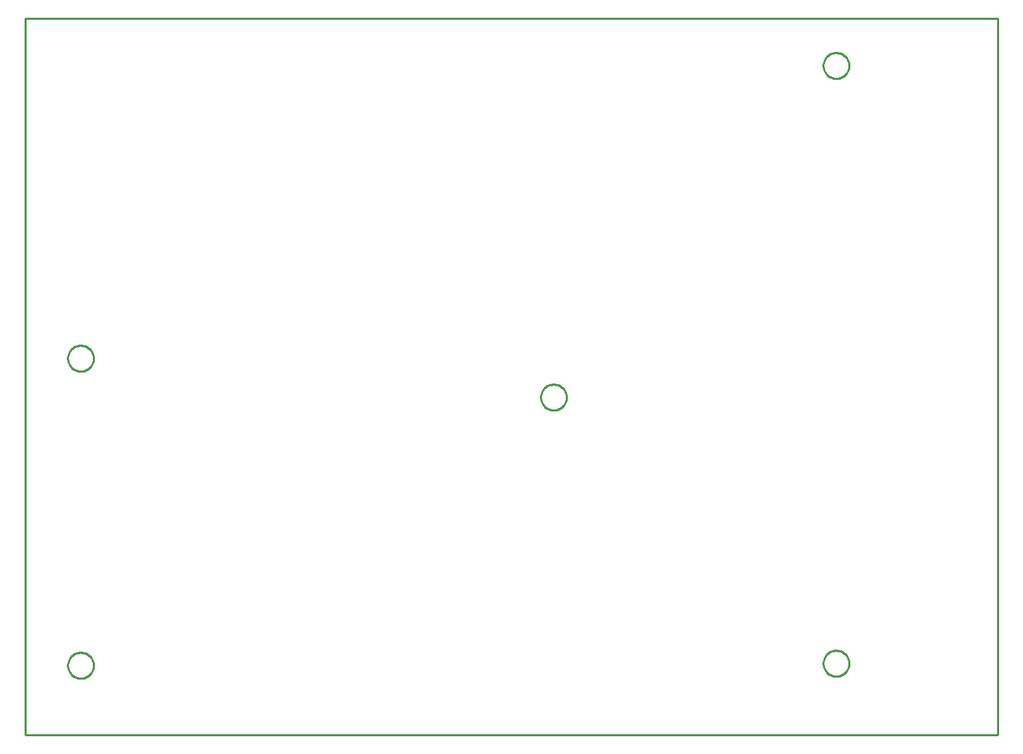
<source format=gbr>
G04 EAGLE Gerber RS-274X export*
G75*
%MOMM*%
%FSLAX34Y34*%
%LPD*%
%IN*%
%IPPOS*%
%AMOC8*
5,1,8,0,0,1.08239X$1,22.5*%
G01*
%ADD10C,0.254000*%


D10*
X0Y25400D02*
X1206500Y25400D01*
X1206500Y914400D01*
X0Y914400D01*
X0Y25400D01*
X84580Y492236D02*
X84512Y491191D01*
X84375Y490152D01*
X84170Y489125D01*
X83899Y488113D01*
X83563Y487121D01*
X83162Y486153D01*
X82698Y485214D01*
X82175Y484306D01*
X81593Y483435D01*
X80955Y482604D01*
X80264Y481817D01*
X79523Y481076D01*
X78736Y480385D01*
X77905Y479748D01*
X77034Y479166D01*
X76126Y478642D01*
X75187Y478178D01*
X74219Y477777D01*
X73227Y477441D01*
X72215Y477170D01*
X71188Y476965D01*
X70149Y476829D01*
X69104Y476760D01*
X68056Y476760D01*
X67011Y476829D01*
X65972Y476965D01*
X64945Y477170D01*
X63933Y477441D01*
X62941Y477777D01*
X61973Y478178D01*
X61034Y478642D01*
X60126Y479166D01*
X59255Y479748D01*
X58424Y480385D01*
X57637Y481076D01*
X56896Y481817D01*
X56205Y482604D01*
X55568Y483435D01*
X54986Y484306D01*
X54462Y485214D01*
X53998Y486153D01*
X53597Y487121D01*
X53261Y488113D01*
X52990Y489125D01*
X52785Y490152D01*
X52649Y491191D01*
X52580Y492236D01*
X52580Y493284D01*
X52649Y494329D01*
X52785Y495368D01*
X52990Y496395D01*
X53261Y497407D01*
X53597Y498399D01*
X53998Y499367D01*
X54462Y500306D01*
X54986Y501214D01*
X55568Y502085D01*
X56205Y502916D01*
X56896Y503703D01*
X57637Y504444D01*
X58424Y505135D01*
X59255Y505773D01*
X60126Y506355D01*
X61034Y506878D01*
X61973Y507342D01*
X62941Y507743D01*
X63933Y508079D01*
X64945Y508350D01*
X65972Y508555D01*
X67011Y508692D01*
X68056Y508760D01*
X69104Y508760D01*
X70149Y508692D01*
X71188Y508555D01*
X72215Y508350D01*
X73227Y508079D01*
X74219Y507743D01*
X75187Y507342D01*
X76126Y506878D01*
X77034Y506355D01*
X77905Y505773D01*
X78736Y505135D01*
X79523Y504444D01*
X80264Y503703D01*
X80955Y502916D01*
X81593Y502085D01*
X82175Y501214D01*
X82698Y500306D01*
X83162Y499367D01*
X83563Y498399D01*
X83899Y497407D01*
X84170Y496395D01*
X84375Y495368D01*
X84512Y494329D01*
X84580Y493284D01*
X84580Y492236D01*
X84580Y111236D02*
X84512Y110191D01*
X84375Y109152D01*
X84170Y108125D01*
X83899Y107113D01*
X83563Y106121D01*
X83162Y105153D01*
X82698Y104214D01*
X82175Y103306D01*
X81593Y102435D01*
X80955Y101604D01*
X80264Y100817D01*
X79523Y100076D01*
X78736Y99385D01*
X77905Y98748D01*
X77034Y98166D01*
X76126Y97642D01*
X75187Y97178D01*
X74219Y96777D01*
X73227Y96441D01*
X72215Y96170D01*
X71188Y95965D01*
X70149Y95829D01*
X69104Y95760D01*
X68056Y95760D01*
X67011Y95829D01*
X65972Y95965D01*
X64945Y96170D01*
X63933Y96441D01*
X62941Y96777D01*
X61973Y97178D01*
X61034Y97642D01*
X60126Y98166D01*
X59255Y98748D01*
X58424Y99385D01*
X57637Y100076D01*
X56896Y100817D01*
X56205Y101604D01*
X55568Y102435D01*
X54986Y103306D01*
X54462Y104214D01*
X53998Y105153D01*
X53597Y106121D01*
X53261Y107113D01*
X52990Y108125D01*
X52785Y109152D01*
X52649Y110191D01*
X52580Y111236D01*
X52580Y112284D01*
X52649Y113329D01*
X52785Y114368D01*
X52990Y115395D01*
X53261Y116407D01*
X53597Y117399D01*
X53998Y118367D01*
X54462Y119306D01*
X54986Y120214D01*
X55568Y121085D01*
X56205Y121916D01*
X56896Y122703D01*
X57637Y123444D01*
X58424Y124135D01*
X59255Y124773D01*
X60126Y125355D01*
X61034Y125878D01*
X61973Y126342D01*
X62941Y126743D01*
X63933Y127079D01*
X64945Y127350D01*
X65972Y127555D01*
X67011Y127692D01*
X68056Y127760D01*
X69104Y127760D01*
X70149Y127692D01*
X71188Y127555D01*
X72215Y127350D01*
X73227Y127079D01*
X74219Y126743D01*
X75187Y126342D01*
X76126Y125878D01*
X77034Y125355D01*
X77905Y124773D01*
X78736Y124135D01*
X79523Y123444D01*
X80264Y122703D01*
X80955Y121916D01*
X81593Y121085D01*
X82175Y120214D01*
X82698Y119306D01*
X83162Y118367D01*
X83563Y117399D01*
X83899Y116407D01*
X84170Y115395D01*
X84375Y114368D01*
X84512Y113329D01*
X84580Y112284D01*
X84580Y111236D01*
X1021840Y113776D02*
X1021772Y112731D01*
X1021635Y111692D01*
X1021430Y110665D01*
X1021159Y109653D01*
X1020823Y108661D01*
X1020422Y107693D01*
X1019958Y106754D01*
X1019435Y105846D01*
X1018853Y104975D01*
X1018215Y104144D01*
X1017524Y103357D01*
X1016783Y102616D01*
X1015996Y101925D01*
X1015165Y101288D01*
X1014294Y100706D01*
X1013386Y100182D01*
X1012447Y99718D01*
X1011479Y99317D01*
X1010487Y98981D01*
X1009475Y98710D01*
X1008448Y98505D01*
X1007409Y98369D01*
X1006364Y98300D01*
X1005316Y98300D01*
X1004271Y98369D01*
X1003232Y98505D01*
X1002205Y98710D01*
X1001193Y98981D01*
X1000201Y99317D01*
X999233Y99718D01*
X998294Y100182D01*
X997386Y100706D01*
X996515Y101288D01*
X995684Y101925D01*
X994897Y102616D01*
X994156Y103357D01*
X993465Y104144D01*
X992828Y104975D01*
X992246Y105846D01*
X991722Y106754D01*
X991258Y107693D01*
X990857Y108661D01*
X990521Y109653D01*
X990250Y110665D01*
X990045Y111692D01*
X989909Y112731D01*
X989840Y113776D01*
X989840Y114824D01*
X989909Y115869D01*
X990045Y116908D01*
X990250Y117935D01*
X990521Y118947D01*
X990857Y119939D01*
X991258Y120907D01*
X991722Y121846D01*
X992246Y122754D01*
X992828Y123625D01*
X993465Y124456D01*
X994156Y125243D01*
X994897Y125984D01*
X995684Y126675D01*
X996515Y127313D01*
X997386Y127895D01*
X998294Y128418D01*
X999233Y128882D01*
X1000201Y129283D01*
X1001193Y129619D01*
X1002205Y129890D01*
X1003232Y130095D01*
X1004271Y130232D01*
X1005316Y130300D01*
X1006364Y130300D01*
X1007409Y130232D01*
X1008448Y130095D01*
X1009475Y129890D01*
X1010487Y129619D01*
X1011479Y129283D01*
X1012447Y128882D01*
X1013386Y128418D01*
X1014294Y127895D01*
X1015165Y127313D01*
X1015996Y126675D01*
X1016783Y125984D01*
X1017524Y125243D01*
X1018215Y124456D01*
X1018853Y123625D01*
X1019435Y122754D01*
X1019958Y121846D01*
X1020422Y120907D01*
X1020823Y119939D01*
X1021159Y118947D01*
X1021430Y117935D01*
X1021635Y116908D01*
X1021772Y115869D01*
X1021840Y114824D01*
X1021840Y113776D01*
X1021840Y855456D02*
X1021772Y854411D01*
X1021635Y853372D01*
X1021430Y852345D01*
X1021159Y851333D01*
X1020823Y850341D01*
X1020422Y849373D01*
X1019958Y848434D01*
X1019435Y847526D01*
X1018853Y846655D01*
X1018215Y845824D01*
X1017524Y845037D01*
X1016783Y844296D01*
X1015996Y843605D01*
X1015165Y842968D01*
X1014294Y842386D01*
X1013386Y841862D01*
X1012447Y841398D01*
X1011479Y840997D01*
X1010487Y840661D01*
X1009475Y840390D01*
X1008448Y840185D01*
X1007409Y840049D01*
X1006364Y839980D01*
X1005316Y839980D01*
X1004271Y840049D01*
X1003232Y840185D01*
X1002205Y840390D01*
X1001193Y840661D01*
X1000201Y840997D01*
X999233Y841398D01*
X998294Y841862D01*
X997386Y842386D01*
X996515Y842968D01*
X995684Y843605D01*
X994897Y844296D01*
X994156Y845037D01*
X993465Y845824D01*
X992828Y846655D01*
X992246Y847526D01*
X991722Y848434D01*
X991258Y849373D01*
X990857Y850341D01*
X990521Y851333D01*
X990250Y852345D01*
X990045Y853372D01*
X989909Y854411D01*
X989840Y855456D01*
X989840Y856504D01*
X989909Y857549D01*
X990045Y858588D01*
X990250Y859615D01*
X990521Y860627D01*
X990857Y861619D01*
X991258Y862587D01*
X991722Y863526D01*
X992246Y864434D01*
X992828Y865305D01*
X993465Y866136D01*
X994156Y866923D01*
X994897Y867664D01*
X995684Y868355D01*
X996515Y868993D01*
X997386Y869575D01*
X998294Y870098D01*
X999233Y870562D01*
X1000201Y870963D01*
X1001193Y871299D01*
X1002205Y871570D01*
X1003232Y871775D01*
X1004271Y871912D01*
X1005316Y871980D01*
X1006364Y871980D01*
X1007409Y871912D01*
X1008448Y871775D01*
X1009475Y871570D01*
X1010487Y871299D01*
X1011479Y870963D01*
X1012447Y870562D01*
X1013386Y870098D01*
X1014294Y869575D01*
X1015165Y868993D01*
X1015996Y868355D01*
X1016783Y867664D01*
X1017524Y866923D01*
X1018215Y866136D01*
X1018853Y865305D01*
X1019435Y864434D01*
X1019958Y863526D01*
X1020422Y862587D01*
X1020823Y861619D01*
X1021159Y860627D01*
X1021430Y859615D01*
X1021635Y858588D01*
X1021772Y857549D01*
X1021840Y856504D01*
X1021840Y855456D01*
X671320Y443976D02*
X671252Y442931D01*
X671115Y441892D01*
X670910Y440865D01*
X670639Y439853D01*
X670303Y438861D01*
X669902Y437893D01*
X669438Y436954D01*
X668915Y436046D01*
X668333Y435175D01*
X667695Y434344D01*
X667004Y433557D01*
X666263Y432816D01*
X665476Y432125D01*
X664645Y431488D01*
X663774Y430906D01*
X662866Y430382D01*
X661927Y429918D01*
X660959Y429517D01*
X659967Y429181D01*
X658955Y428910D01*
X657928Y428705D01*
X656889Y428569D01*
X655844Y428500D01*
X654796Y428500D01*
X653751Y428569D01*
X652712Y428705D01*
X651685Y428910D01*
X650673Y429181D01*
X649681Y429517D01*
X648713Y429918D01*
X647774Y430382D01*
X646866Y430906D01*
X645995Y431488D01*
X645164Y432125D01*
X644377Y432816D01*
X643636Y433557D01*
X642945Y434344D01*
X642308Y435175D01*
X641726Y436046D01*
X641202Y436954D01*
X640738Y437893D01*
X640337Y438861D01*
X640001Y439853D01*
X639730Y440865D01*
X639525Y441892D01*
X639389Y442931D01*
X639320Y443976D01*
X639320Y445024D01*
X639389Y446069D01*
X639525Y447108D01*
X639730Y448135D01*
X640001Y449147D01*
X640337Y450139D01*
X640738Y451107D01*
X641202Y452046D01*
X641726Y452954D01*
X642308Y453825D01*
X642945Y454656D01*
X643636Y455443D01*
X644377Y456184D01*
X645164Y456875D01*
X645995Y457513D01*
X646866Y458095D01*
X647774Y458618D01*
X648713Y459082D01*
X649681Y459483D01*
X650673Y459819D01*
X651685Y460090D01*
X652712Y460295D01*
X653751Y460432D01*
X654796Y460500D01*
X655844Y460500D01*
X656889Y460432D01*
X657928Y460295D01*
X658955Y460090D01*
X659967Y459819D01*
X660959Y459483D01*
X661927Y459082D01*
X662866Y458618D01*
X663774Y458095D01*
X664645Y457513D01*
X665476Y456875D01*
X666263Y456184D01*
X667004Y455443D01*
X667695Y454656D01*
X668333Y453825D01*
X668915Y452954D01*
X669438Y452046D01*
X669902Y451107D01*
X670303Y450139D01*
X670639Y449147D01*
X670910Y448135D01*
X671115Y447108D01*
X671252Y446069D01*
X671320Y445024D01*
X671320Y443976D01*
M02*

</source>
